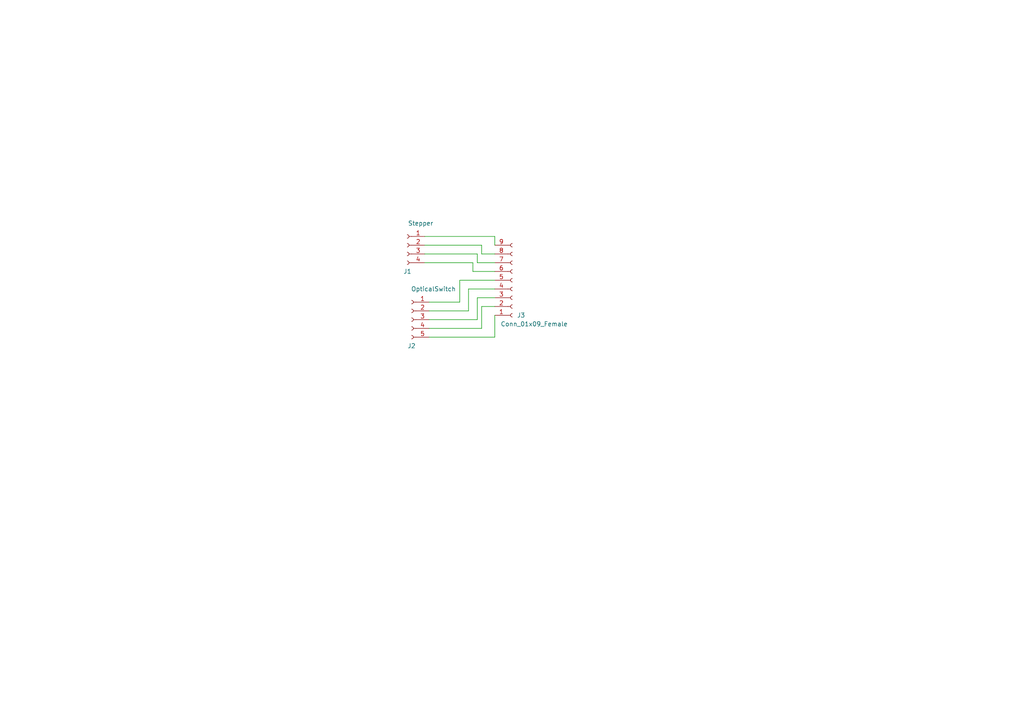
<source format=kicad_sch>
(kicad_sch (version 20211123) (generator eeschema)
  (paper "A4")
  (lib_symbols
    (symbol "Connector:Conn_01x04_Female" (pin_names (offset 1.016) hide)
      (property "Reference" "J" (at 0 5.08 0))
      (property "Value" "Conn_01x04_Female" (at 0 -7.62 0))
      (symbol "Conn_01x04_Female_1_1"
        (arc (start 0 -4.572) (mid -0.508 -5.08) (end 0 -5.588) (stroke (width 0.1524)))
        (arc (start 0 -2.032) (mid -0.508 -2.54) (end 0 -3.048) (stroke (width 0.1524)))
        (polyline (pts (xy -1.27 -5.08) (xy -0.508 -5.08)) (stroke (width 0.1524)))
        (polyline (pts (xy -1.27 -2.54) (xy -0.508 -2.54)) (stroke (width 0.1524)))
        (polyline (pts (xy -1.27 0) (xy -0.508 0)) (stroke (width 0.1524)))
        (polyline (pts (xy -1.27 2.54) (xy -0.508 2.54)) (stroke (width 0.1524)))
        (arc (start 0 0.508) (mid -0.508 0) (end 0 -0.508) (stroke (width 0.1524)))
        (arc (start 0 3.048) (mid -0.508 2.54) (end 0 2.032) (stroke (width 0.1524)))
        (pin passive line (at -5.08 2.54 0) (length 3.81) (name "Pin_1") (number "1"))
        (pin passive line (at -5.08 0 0) (length 3.81) (name "Pin_2") (number "2"))
        (pin passive line (at -5.08 -2.54 0) (length 3.81) (name "Pin_3") (number "3"))
        (pin passive line (at -5.08 -5.08 0) (length 3.81) (name "Pin_4") (number "4"))
      )
    )
    (symbol "Connector:Conn_01x05_Female" (pin_names (offset 1.016) hide)
      (property "Reference" "J" (at 0 7.62 0))
      (property "Value" "Conn_01x05_Female" (at 0 -7.62 0))
      (symbol "Conn_01x05_Female_1_1"
        (arc (start 0 -4.572) (mid -0.508 -5.08) (end 0 -5.588) (stroke (width 0.1524)))
        (arc (start 0 -2.032) (mid -0.508 -2.54) (end 0 -3.048) (stroke (width 0.1524)))
        (polyline (pts (xy -1.27 -5.08) (xy -0.508 -5.08)) (stroke (width 0.1524)))
        (polyline (pts (xy -1.27 -2.54) (xy -0.508 -2.54)) (stroke (width 0.1524)))
        (polyline (pts (xy -1.27 0) (xy -0.508 0)) (stroke (width 0.1524)))
        (polyline (pts (xy -1.27 2.54) (xy -0.508 2.54)) (stroke (width 0.1524)))
        (polyline (pts (xy -1.27 5.08) (xy -0.508 5.08)) (stroke (width 0.1524)))
        (arc (start 0 0.508) (mid -0.508 0) (end 0 -0.508) (stroke (width 0.1524)))
        (arc (start 0 3.048) (mid -0.508 2.54) (end 0 2.032) (stroke (width 0.1524)))
        (arc (start 0 5.588) (mid -0.508 5.08) (end 0 4.572) (stroke (width 0.1524)))
        (pin passive line (at -5.08 5.08 0) (length 3.81) (name "Pin_1") (number "1"))
        (pin passive line (at -5.08 2.54 0) (length 3.81) (name "Pin_2") (number "2"))
        (pin passive line (at -5.08 0 0) (length 3.81) (name "Pin_3") (number "3"))
        (pin passive line (at -5.08 -2.54 0) (length 3.81) (name "Pin_4") (number "4"))
        (pin passive line (at -5.08 -5.08 0) (length 3.81) (name "Pin_5") (number "5"))
      )
    )
    (symbol "Connector:Conn_01x09_Female" (pin_names (offset 1.016) hide)
      (property "Reference" "J" (at 0 12.7 0))
      (property "Value" "Conn_01x09_Female" (at 0 -12.7 0))
      (symbol "Conn_01x09_Female_1_1"
        (arc (start 0 -9.652) (mid -0.508 -10.16) (end 0 -10.668) (stroke (width 0.1524)))
        (arc (start 0 -7.112) (mid -0.508 -7.62) (end 0 -8.128) (stroke (width 0.1524)))
        (arc (start 0 -4.572) (mid -0.508 -5.08) (end 0 -5.588) (stroke (width 0.1524)))
        (arc (start 0 -2.032) (mid -0.508 -2.54) (end 0 -3.048) (stroke (width 0.1524)))
        (polyline (pts (xy -1.27 -10.16) (xy -0.508 -10.16)) (stroke (width 0.1524)))
        (polyline (pts (xy -1.27 -7.62) (xy -0.508 -7.62)) (stroke (width 0.1524)))
        (polyline (pts (xy -1.27 -5.08) (xy -0.508 -5.08)) (stroke (width 0.1524)))
        (polyline (pts (xy -1.27 -2.54) (xy -0.508 -2.54)) (stroke (width 0.1524)))
        (polyline (pts (xy -1.27 0) (xy -0.508 0)) (stroke (width 0.1524)))
        (polyline (pts (xy -1.27 2.54) (xy -0.508 2.54)) (stroke (width 0.1524)))
        (polyline (pts (xy -1.27 5.08) (xy -0.508 5.08)) (stroke (width 0.1524)))
        (polyline (pts (xy -1.27 7.62) (xy -0.508 7.62)) (stroke (width 0.1524)))
        (polyline (pts (xy -1.27 10.16) (xy -0.508 10.16)) (stroke (width 0.1524)))
        (arc (start 0 0.508) (mid -0.508 0) (end 0 -0.508) (stroke (width 0.1524)))
        (arc (start 0 3.048) (mid -0.508 2.54) (end 0 2.032) (stroke (width 0.1524)))
        (arc (start 0 5.588) (mid -0.508 5.08) (end 0 4.572) (stroke (width 0.1524)))
        (arc (start 0 8.128) (mid -0.508 7.62) (end 0 7.112) (stroke (width 0.1524)))
        (arc (start 0 10.668) (mid -0.508 10.16) (end 0 9.652) (stroke (width 0.1524)))
        (pin passive line (at -5.08 10.16 0) (length 3.81) (name "Pin_1") (number "1"))
        (pin passive line (at -5.08 7.62 0) (length 3.81) (name "Pin_2") (number "2"))
        (pin passive line (at -5.08 5.08 0) (length 3.81) (name "Pin_3") (number "3"))
        (pin passive line (at -5.08 2.54 0) (length 3.81) (name "Pin_4") (number "4"))
        (pin passive line (at -5.08 0 0) (length 3.81) (name "Pin_5") (number "5"))
        (pin passive line (at -5.08 -2.54 0) (length 3.81) (name "Pin_6") (number "6"))
        (pin passive line (at -5.08 -5.08 0) (length 3.81) (name "Pin_7") (number "7"))
        (pin passive line (at -5.08 -7.62 0) (length 3.81) (name "Pin_8") (number "8"))
        (pin passive line (at -5.08 -10.16 0) (length 3.81) (name "Pin_9") (number "9"))
      )
    )
  )
  (wire (pts (xy 124.46 90.17) (xy 135.89 90.17)))
  (wire (pts (xy 123.19 68.58) (xy 143.51 68.58)))
  (wire (pts (xy 133.35 87.63) (xy 133.35 81.28)))
  (wire (pts (xy 137.16 78.74) (xy 143.51 78.74)))
  (wire (pts (xy 143.51 91.44) (xy 143.51 97.79)))
  (wire (pts (xy 143.51 97.79) (xy 124.46 97.79)))
  (wire (pts (xy 124.46 95.25) (xy 139.7 95.25)))
  (wire (pts (xy 135.89 83.82) (xy 143.51 83.82)))
  (wire (pts (xy 139.7 95.25) (xy 139.7 88.9)))
  (wire (pts (xy 133.35 81.28) (xy 143.51 81.28)))
  (wire (pts (xy 139.7 73.66) (xy 143.51 73.66)))
  (wire (pts (xy 124.46 87.63) (xy 133.35 87.63)))
  (wire (pts (xy 139.7 71.12) (xy 139.7 73.66)))
  (wire (pts (xy 138.43 86.36) (xy 143.51 86.36)))
  (wire (pts (xy 138.43 92.71) (xy 138.43 86.36)))
  (wire (pts (xy 123.19 76.2) (xy 137.16 76.2)))
  (wire (pts (xy 123.19 73.66) (xy 138.43 73.66)))
  (wire (pts (xy 143.51 68.58) (xy 143.51 71.12)))
  (wire (pts (xy 135.89 90.17) (xy 135.89 83.82)))
  (wire (pts (xy 124.46 92.71) (xy 138.43 92.71)))
  (wire (pts (xy 123.19 71.12) (xy 139.7 71.12)))
  (wire (pts (xy 139.7 88.9) (xy 143.51 88.9)))
  (wire (pts (xy 138.43 73.66) (xy 138.43 76.2)))
  (wire (pts (xy 138.43 76.2) (xy 143.51 76.2)))
  (wire (pts (xy 137.16 76.2) (xy 137.16 78.74)))
  (symbol (lib_id "Connector:Conn_01x04_Female") (at 118.11 71.12 0) (mirror y) (unit 1)
    (property "Reference" "J1" (at 119.38 78.74 0) (effects (justify left)))
    (property "Value" "Stepper" (at 125.73 64.77 0) (effects (justify left)))
    (property "Footprint" "Connector_JST:JST_XH_B4B-XH-A_1x04_P2.50mm_Vertical" (effects hide))
  )
  (symbol (lib_id "Connector:Conn_01x05_Female") (at 119.38 92.71 0) (mirror y) (unit 1)
    (property "Reference" "J2" (at 119.38 100.33 0))
    (property "Value" "OpticalSwitch" (at 125.73 83.82 0))
    (property "Footprint" "Connector_JST:JST_XH_B5B-XH-A_1x05_P2.50mm_Vertical" (effects hide))
  )
  (symbol (lib_id "Connector:Conn_01x09_Female") (at 148.59 81.28 0) (mirror x) (unit 1)
    (property "Reference" "J3" (at 151.13 91.44 0))
    (property "Value" "Conn_01x09_Female" (at 154.94 93.98 0))
    (property "Footprint" "Connector_Phoenix_MSTB:PhoenixContact_MSTBA_2,5_9-G_1x09_P5.00mm_Horizontal" (effects hide))
  )
)
</source>
